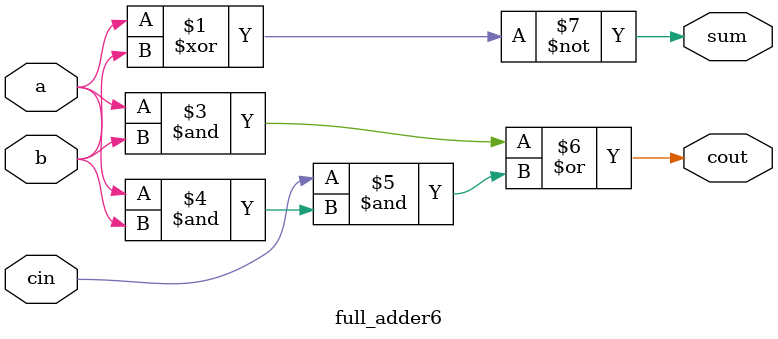
<source format=v>
module full_adder6(a,b,cin,sum,cout);
input a,b,cin;
output sum,cout;
assign sum = a^b^1'b1;
assign cout = a&b|cin&(a&b); 
// initial begin
//     $display("The incorrect adder with xor1 having in2/1");
// end   
endmodule
</source>
